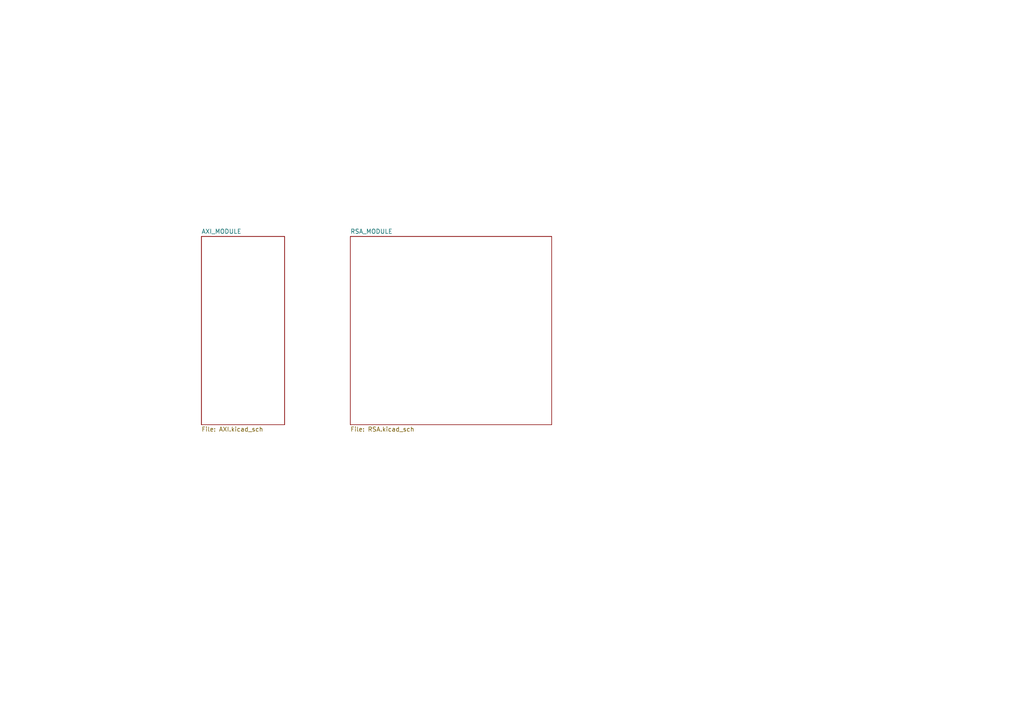
<source format=kicad_sch>
(kicad_sch
	(version 20231120)
	(generator "eeschema")
	(generator_version "8.0")
	(uuid "7e18b03f-0dd8-4430-9873-65919f4f0c9c")
	(paper "A4")
	(title_block
		(title "Microarchitecture")
	)
	(lib_symbols)
	(sheet
		(at 101.6 68.58)
		(size 58.42 54.61)
		(fields_autoplaced yes)
		(stroke
			(width 0.1524)
			(type solid)
		)
		(fill
			(color 0 0 0 0.0000)
		)
		(uuid "21c2d8ae-34c8-4eeb-a025-0344b2d7e18d")
		(property "Sheetname" "RSA_MODULE"
			(at 101.6 67.8684 0)
			(effects
				(font
					(size 1.27 1.27)
				)
				(justify left bottom)
			)
		)
		(property "Sheetfile" "RSA.kicad_sch"
			(at 101.6 123.7746 0)
			(effects
				(font
					(size 1.27 1.27)
				)
				(justify left top)
			)
		)
		(instances
			(project "Microarchitecture"
				(path "/7e18b03f-0dd8-4430-9873-65919f4f0c9c"
					(page "3")
				)
			)
		)
	)
	(sheet
		(at 58.42 68.58)
		(size 24.13 54.61)
		(fields_autoplaced yes)
		(stroke
			(width 0.1524)
			(type solid)
		)
		(fill
			(color 0 0 0 0.0000)
		)
		(uuid "5b729730-b902-4f74-8373-bf47ad25ccef")
		(property "Sheetname" "AXI_MODULE"
			(at 58.42 67.8684 0)
			(effects
				(font
					(size 1.27 1.27)
				)
				(justify left bottom)
			)
		)
		(property "Sheetfile" "AXI.kicad_sch"
			(at 58.42 123.7746 0)
			(effects
				(font
					(size 1.27 1.27)
				)
				(justify left top)
			)
		)
		(instances
			(project "Microarchitecture"
				(path "/7e18b03f-0dd8-4430-9873-65919f4f0c9c"
					(page "2")
				)
			)
		)
	)
	(sheet_instances
		(path "/"
			(page "1")
		)
	)
)

</source>
